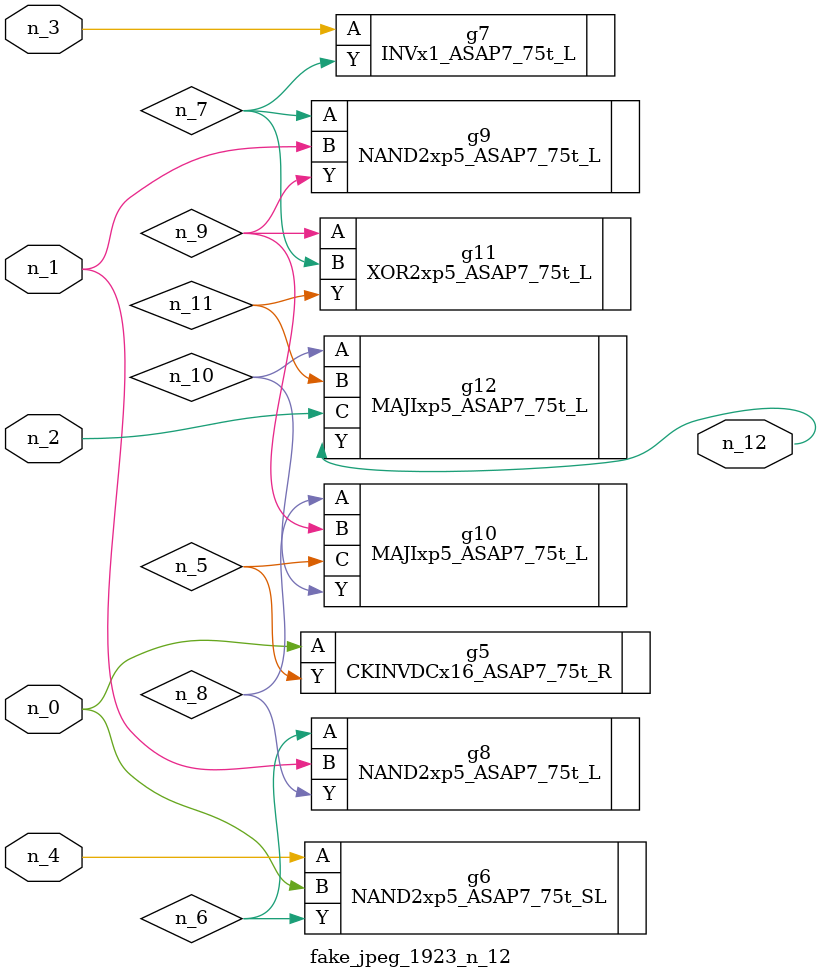
<source format=v>
module fake_jpeg_1923_n_12 (n_3, n_2, n_1, n_0, n_4, n_12);

input n_3;
input n_2;
input n_1;
input n_0;
input n_4;

output n_12;

wire n_11;
wire n_10;
wire n_8;
wire n_9;
wire n_6;
wire n_5;
wire n_7;

CKINVDCx16_ASAP7_75t_R g5 ( 
.A(n_0),
.Y(n_5)
);

NAND2xp5_ASAP7_75t_SL g6 ( 
.A(n_4),
.B(n_0),
.Y(n_6)
);

INVx1_ASAP7_75t_L g7 ( 
.A(n_3),
.Y(n_7)
);

NAND2xp5_ASAP7_75t_L g8 ( 
.A(n_6),
.B(n_1),
.Y(n_8)
);

MAJIxp5_ASAP7_75t_L g10 ( 
.A(n_8),
.B(n_9),
.C(n_5),
.Y(n_10)
);

NAND2xp5_ASAP7_75t_L g9 ( 
.A(n_7),
.B(n_1),
.Y(n_9)
);

MAJIxp5_ASAP7_75t_L g12 ( 
.A(n_10),
.B(n_11),
.C(n_2),
.Y(n_12)
);

XOR2xp5_ASAP7_75t_L g11 ( 
.A(n_9),
.B(n_7),
.Y(n_11)
);


endmodule
</source>
